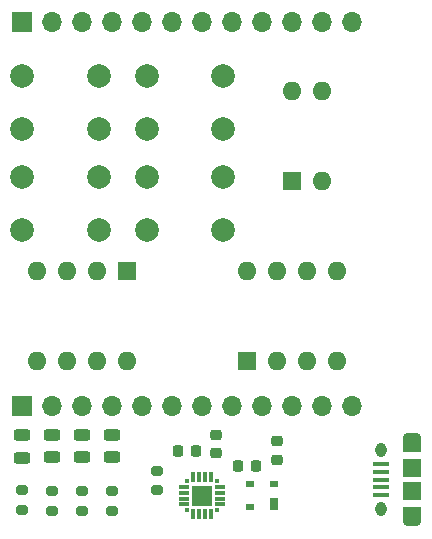
<source format=gbr>
%TF.GenerationSoftware,KiCad,Pcbnew,(6.0.9-0)*%
%TF.CreationDate,2022-11-13T08:04:19-06:00*%
%TF.ProjectId,ProgramingAddOn,50726f67-7261-46d6-996e-674164644f6e,rev?*%
%TF.SameCoordinates,Original*%
%TF.FileFunction,Soldermask,Top*%
%TF.FilePolarity,Negative*%
%FSLAX46Y46*%
G04 Gerber Fmt 4.6, Leading zero omitted, Abs format (unit mm)*
G04 Created by KiCad (PCBNEW (6.0.9-0)) date 2022-11-13 08:04:19*
%MOMM*%
%LPD*%
G01*
G04 APERTURE LIST*
G04 Aperture macros list*
%AMRoundRect*
0 Rectangle with rounded corners*
0 $1 Rounding radius*
0 $2 $3 $4 $5 $6 $7 $8 $9 X,Y pos of 4 corners*
0 Add a 4 corners polygon primitive as box body*
4,1,4,$2,$3,$4,$5,$6,$7,$8,$9,$2,$3,0*
0 Add four circle primitives for the rounded corners*
1,1,$1+$1,$2,$3*
1,1,$1+$1,$4,$5*
1,1,$1+$1,$6,$7*
1,1,$1+$1,$8,$9*
0 Add four rect primitives between the rounded corners*
20,1,$1+$1,$2,$3,$4,$5,0*
20,1,$1+$1,$4,$5,$6,$7,0*
20,1,$1+$1,$6,$7,$8,$9,0*
20,1,$1+$1,$8,$9,$2,$3,0*%
G04 Aperture macros list end*
%ADD10C,2.000000*%
%ADD11RoundRect,0.225000X0.250000X-0.225000X0.250000X0.225000X-0.250000X0.225000X-0.250000X-0.225000X0*%
%ADD12RoundRect,0.243750X-0.456250X0.243750X-0.456250X-0.243750X0.456250X-0.243750X0.456250X0.243750X0*%
%ADD13RoundRect,0.200000X0.275000X-0.200000X0.275000X0.200000X-0.275000X0.200000X-0.275000X-0.200000X0*%
%ADD14R,0.700000X1.000000*%
%ADD15R,0.700000X0.600000*%
%ADD16R,1.600000X1.600000*%
%ADD17O,1.600000X1.600000*%
%ADD18R,1.350000X0.400000*%
%ADD19R,1.550000X1.200000*%
%ADD20O,1.550000X0.890000*%
%ADD21O,0.950000X1.250000*%
%ADD22R,1.550000X1.500000*%
%ADD23RoundRect,0.225000X-0.225000X-0.250000X0.225000X-0.250000X0.225000X0.250000X-0.225000X0.250000X0*%
%ADD24R,0.300000X0.300000*%
%ADD25R,0.900000X0.300000*%
%ADD26R,0.300000X0.900000*%
%ADD27R,1.800000X1.800000*%
%ADD28RoundRect,0.225000X0.225000X0.250000X-0.225000X0.250000X-0.225000X-0.250000X0.225000X-0.250000X0*%
%ADD29R,1.700000X1.700000*%
%ADD30O,1.700000X1.700000*%
G04 APERTURE END LIST*
D10*
%TO.C,SW2*%
X74050000Y-55880000D03*
X80550000Y-55880000D03*
X80550000Y-60380000D03*
X74050000Y-60380000D03*
%TD*%
D11*
%TO.C,C3*%
X79955557Y-87832003D03*
X79955557Y-86282003D03*
%TD*%
D12*
%TO.C,D2*%
X66040000Y-86312500D03*
X66040000Y-88187500D03*
%TD*%
D13*
%TO.C,R3*%
X63485603Y-92646873D03*
X63485603Y-90996873D03*
%TD*%
D14*
%TO.C,D1*%
X84820000Y-92190000D03*
D15*
X84820000Y-90490000D03*
X82820000Y-90490000D03*
X82820000Y-92390000D03*
%TD*%
D16*
%TO.C,SW7*%
X82560000Y-80010000D03*
D17*
X85100000Y-80010000D03*
X87640000Y-80010000D03*
X90180000Y-80010000D03*
X90180000Y-72390000D03*
X87640000Y-72390000D03*
X85100000Y-72390000D03*
X82560000Y-72390000D03*
%TD*%
D18*
%TO.C,J1*%
X93850000Y-91381298D03*
X93850000Y-90731298D03*
X93850000Y-90081298D03*
X93850000Y-89431298D03*
X93850000Y-88781298D03*
D19*
X96550000Y-87181298D03*
D20*
X96550000Y-86581298D03*
D21*
X93850000Y-92581298D03*
D22*
X96550000Y-89081298D03*
D19*
X96550000Y-92981298D03*
D21*
X93850000Y-87581298D03*
D22*
X96550000Y-91081298D03*
D20*
X96550000Y-93581298D03*
%TD*%
D16*
%TO.C,SW1*%
X86380000Y-64770000D03*
D17*
X88920000Y-64770000D03*
X88920000Y-57150000D03*
X86380000Y-57150000D03*
%TD*%
D13*
%TO.C,R5*%
X71120000Y-92710000D03*
X71120000Y-91060000D03*
%TD*%
%TO.C,R4*%
X68580000Y-92710000D03*
X68580000Y-91060000D03*
%TD*%
D11*
%TO.C,C1*%
X85090000Y-88405000D03*
X85090000Y-86855000D03*
%TD*%
D23*
%TO.C,C4*%
X81775000Y-88900000D03*
X83325000Y-88900000D03*
%TD*%
D10*
%TO.C,SW4*%
X70000000Y-64430000D03*
X63500000Y-64430000D03*
X63500000Y-68930000D03*
X70000000Y-68930000D03*
%TD*%
%TO.C,SW3*%
X70000000Y-55880000D03*
X63500000Y-55880000D03*
X63500000Y-60380000D03*
X70000000Y-60380000D03*
%TD*%
D12*
%TO.C,D5*%
X71120000Y-86312500D03*
X71120000Y-88187500D03*
%TD*%
D24*
%TO.C,U1*%
X79990000Y-92690000D03*
D25*
X80290000Y-92190000D03*
X80290000Y-91690000D03*
X80290000Y-91190000D03*
X80290000Y-90690000D03*
D24*
X79990000Y-90190000D03*
D26*
X79490000Y-89890000D03*
X78990000Y-89890000D03*
X78490000Y-89890000D03*
X77990000Y-89890000D03*
D24*
X77490000Y-90190000D03*
D25*
X77190000Y-90690000D03*
X77190000Y-91190000D03*
X77190000Y-91690000D03*
X77190000Y-92190000D03*
D24*
X77490000Y-92690000D03*
D26*
X77990000Y-92990000D03*
X78490000Y-92990000D03*
X78990000Y-92990000D03*
X79490000Y-92990000D03*
D27*
X78740000Y-91440000D03*
%TD*%
D13*
%TO.C,R2*%
X66040000Y-92710000D03*
X66040000Y-91060000D03*
%TD*%
D12*
%TO.C,D4*%
X68580000Y-86322768D03*
X68580000Y-88197768D03*
%TD*%
D13*
%TO.C,R1*%
X74930000Y-90995000D03*
X74930000Y-89345000D03*
%TD*%
D28*
%TO.C,C2*%
X78245000Y-87630000D03*
X76695000Y-87630000D03*
%TD*%
D10*
%TO.C,SW6*%
X74050000Y-64430000D03*
X80550000Y-64430000D03*
X80550000Y-68930000D03*
X74050000Y-68930000D03*
%TD*%
D16*
%TO.C,SW5*%
X72390000Y-72400000D03*
D17*
X69850000Y-72400000D03*
X67310000Y-72400000D03*
X64770000Y-72400000D03*
X64770000Y-80020000D03*
X67310000Y-80020000D03*
X69850000Y-80020000D03*
X72390000Y-80020000D03*
%TD*%
D29*
%TO.C,J4*%
X63495000Y-51365000D03*
D30*
X66035000Y-51365000D03*
X68575000Y-51365000D03*
X71115000Y-51365000D03*
X73655000Y-51365000D03*
X76195000Y-51365000D03*
X78735000Y-51365000D03*
X81275000Y-51365000D03*
X83815000Y-51365000D03*
X86355000Y-51365000D03*
X88895000Y-51365000D03*
X91435000Y-51365000D03*
%TD*%
D12*
%TO.C,D3*%
X63485603Y-86348507D03*
X63485603Y-88223507D03*
%TD*%
D29*
%TO.C,J5*%
X63500000Y-83830000D03*
D30*
X66040000Y-83830000D03*
X68580000Y-83830000D03*
X71120000Y-83830000D03*
X73660000Y-83830000D03*
X76200000Y-83830000D03*
X78740000Y-83830000D03*
X81280000Y-83830000D03*
X83820000Y-83830000D03*
X86360000Y-83830000D03*
X88900000Y-83830000D03*
X91440000Y-83830000D03*
%TD*%
M02*

</source>
